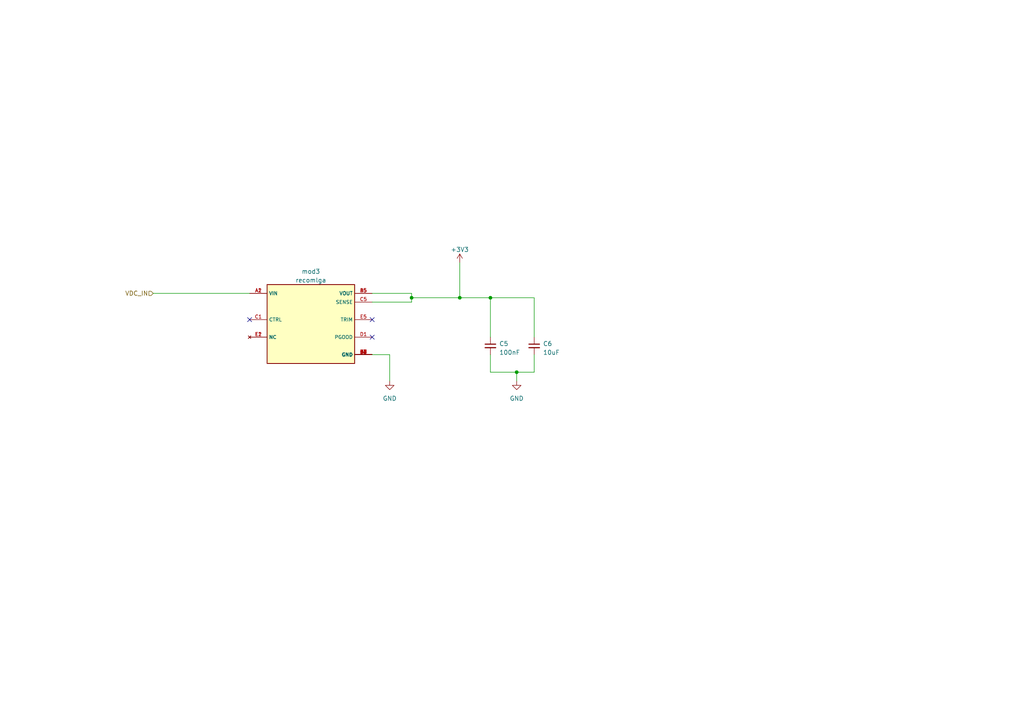
<source format=kicad_sch>
(kicad_sch (version 20210126) (generator eeschema)
  (paper "A4")
  (lib_symbols
    (symbol "Device:C_Small" (pin_numbers hide) (pin_names (offset 0.254) hide)
      (property "Reference" "C" (at 0.254 1.778 0))
      (property "Value" "C_Small" (at 0.254 -2.032 0))
      (symbol "C_Small_0_1"
        (polyline (pts (xy -1.524 -0.508) (xy 1.524 -0.508)) (stroke (width 0.3302)))
        (polyline (pts (xy -1.524 0.508) (xy 1.524 0.508)) (stroke (width 0.3048)))
      )
      (symbol "C_Small_1_1"
        (pin passive line (at 0 2.54 270) (length 2.032) (name "~") (number "1"))
        (pin passive line (at 0 -2.54 90) (length 2.032) (name "~") (number "2"))
      )
    )
    (symbol "modulles:recomlga"
      (property "Reference" "mod" (at 0 0 0))
      (property "Value" "recomlga" (at 0 -2.54 0))
      (symbol "recomlga_0_0"
        (rectangle (start -11.43 -12.7) (end 13.97 10.16) (stroke (width 0.254)) (fill (type background)))
        (pin input line (at -16.51 7.62 0) (length 5.08) (name "VIN") (number "A1"))
        (pin input line (at -16.51 7.62 0) (length 5.08) (name "VIN") (number "A2"))
        (pin power_in line (at 19.05 -10.16 180) (length 5.08) (name "GND") (number "A3"))
        (pin power_in line (at 19.05 -10.16 180) (length 5.08) (name "GND") (number "A4"))
        (pin output line (at 19.05 7.62 180) (length 5.08) (name "VOUT") (number "A5"))
        (pin power_in line (at 19.05 -10.16 180) (length 5.08) (name "GND") (number "B1"))
        (pin power_in line (at 19.05 -10.16 180) (length 5.08) (name "GND") (number "B2"))
        (pin power_in line (at 19.05 -10.16 180) (length 5.08) (name "GND") (number "B3"))
        (pin power_in line (at 19.05 -10.16 180) (length 5.08) (name "GND") (number "B4"))
        (pin output line (at 19.05 7.62 180) (length 5.08) (name "VOUT") (number "B5"))
        (pin input line (at -16.51 0 0) (length 5.08) (name "CTRL") (number "C1"))
        (pin power_in line (at 19.05 -10.16 180) (length 5.08) (name "GND") (number "C2"))
        (pin power_in line (at 19.05 -10.16 180) (length 5.08) (name "GND") (number "C3"))
        (pin power_in line (at 19.05 -10.16 180) (length 5.08) (name "GND") (number "C4"))
        (pin input line (at 19.05 5.08 180) (length 5.08) (name "SENSE") (number "C5"))
        (pin output line (at 19.05 -5.08 180) (length 5.08) (name "PGOOD") (number "D1"))
        (pin power_in line (at 19.05 -10.16 180) (length 5.08) (name "GND") (number "D2"))
        (pin power_in line (at 19.05 -10.16 180) (length 5.08) (name "GND") (number "D3"))
        (pin power_in line (at 19.05 -10.16 180) (length 5.08) (name "GND") (number "D4"))
        (pin power_in line (at 19.05 -10.16 180) (length 5.08) (name "GND") (number "D5"))
        (pin no_connect line (at -16.51 -5.08 0) (length 5.08) (name "NC") (number "E1"))
        (pin no_connect line (at -16.51 -5.08 0) (length 5.08) (name "NC") (number "E2"))
        (pin power_in line (at 19.05 -10.16 180) (length 5.08) (name "GND") (number "E3"))
        (pin power_in line (at 19.05 -10.16 180) (length 5.08) (name "GND") (number "E4"))
        (pin passive line (at 19.05 0 180) (length 5.08) (name "TRIM") (number "E5"))
      )
    )
    (symbol "power:+3V3" (power) (pin_names (offset 0))
      (property "Value" "+3V3" (at 0 3.556 0))
      (symbol "+3V3_0_1"
        (polyline (pts (xy -0.762 1.27) (xy 0 2.54)))
        (polyline (pts (xy 0 0) (xy 0 2.54)))
        (polyline (pts (xy 0 2.54) (xy 0.762 1.27)))
      )
      (symbol "+3V3_1_1"
        (pin power_in line (at 0 0 90) (length 0) hide (name "+3V3") (number "1"))
      )
    )
    (symbol "power:GND" (power) (pin_names (offset 0))
      (property "Value" "GND" (at 0 -3.81 0))
      (symbol "GND_0_1"
        (polyline (pts (xy 0 0) (xy 0 -1.27) (xy 1.27 -1.27) (xy 0 -2.54) (xy -1.27 -1.27) (xy 0 -1.27)))
      )
      (symbol "GND_1_1"
        (pin power_in line (at 0 0 270) (length 0) hide (name "GND") (number "1"))
      )
    )
  )
  (junction (at 119.38 86.36) (diameter 0.9144))
  (junction (at 133.35 86.36) (diameter 0.9144))
  (junction (at 142.24 86.36) (diameter 0.9144))
  (junction (at 149.86 107.95) (diameter 0.9144))
  (no_connect (at 72.39 92.71))
  (no_connect (at 107.95 92.71))
  (no_connect (at 107.95 97.79))
  (wire (pts (xy 44.45 85.09) (xy 72.39 85.09)))
  (wire (pts (xy 107.95 87.63) (xy 119.38 87.63)))
  (wire (pts (xy 113.03 102.87) (xy 107.95 102.87)))
  (wire (pts (xy 113.03 102.87) (xy 113.03 110.49)))
  (wire (pts (xy 119.38 85.09) (xy 107.95 85.09)))
  (wire (pts (xy 119.38 86.36) (xy 119.38 85.09)))
  (wire (pts (xy 119.38 86.36) (xy 133.35 86.36)))
  (wire (pts (xy 119.38 87.63) (xy 119.38 86.36)))
  (wire (pts (xy 133.35 76.2) (xy 133.35 86.36)))
  (wire (pts (xy 133.35 86.36) (xy 142.24 86.36)))
  (wire (pts (xy 142.24 86.36) (xy 142.24 97.79)))
  (wire (pts (xy 142.24 86.36) (xy 154.94 86.36)))
  (wire (pts (xy 142.24 107.95) (xy 142.24 102.87)))
  (wire (pts (xy 149.86 107.95) (xy 142.24 107.95)))
  (wire (pts (xy 149.86 107.95) (xy 154.94 107.95)))
  (wire (pts (xy 149.86 110.49) (xy 149.86 107.95)))
  (wire (pts (xy 154.94 86.36) (xy 154.94 97.79)))
  (wire (pts (xy 154.94 107.95) (xy 154.94 102.87)))
  (hierarchical_label "VDC_IN" (shape input) (at 44.45 85.09 180))
  (symbol (lib_id "power:+3V3") (at 133.35 76.2 0) (unit 1)
    (property "Reference" "#PWR0101" (effects hide))
    (property "Value" "+3V3" (at 133.35 72.39 0))
  )
  (symbol (lib_id "power:GND") (at 113.03 110.49 0) (unit 1)
    (property "Reference" "#PWR0102" (effects hide))
    (property "Value" "GND" (at 113.03 115.57 0))
  )
  (symbol (lib_id "power:GND") (at 149.86 110.49 0) (unit 1)
    (property "Reference" "#PWR0117" (effects hide))
    (property "Value" "GND" (at 149.86 115.57 0))
  )
  (symbol (lib_id "Device:C_Small") (at 142.24 100.33 0) (unit 1)
    (property "Reference" "C5" (at 144.78 99.6949 0) (effects (justify left)))
    (property "Value" "100nF" (at 144.78 102.2349 0) (effects (justify left)))
    (property "Footprint" "vanalles:0402" (effects hide))
  )
  (symbol (lib_id "Device:C_Small") (at 154.94 100.33 0) (unit 1)
    (property "Reference" "C6" (at 157.48 99.6949 0) (effects (justify left)))
    (property "Value" "10uF" (at 157.48 102.2349 0) (effects (justify left)))
    (property "Footprint" "vanalles:0402" (effects hide))
  )
  (symbol (lib_id "modulles:recomlga") (at 88.9 92.71 0) (unit 1)
    (property "Reference" "mod3" (at 90.17 78.74 0))
    (property "Value" "recomlga" (at 90.17 81.28 0))
    (property "Footprint" "Module:LGA25S229P5X5_1219X1219X400" (effects hide))
  )
)
</source>
